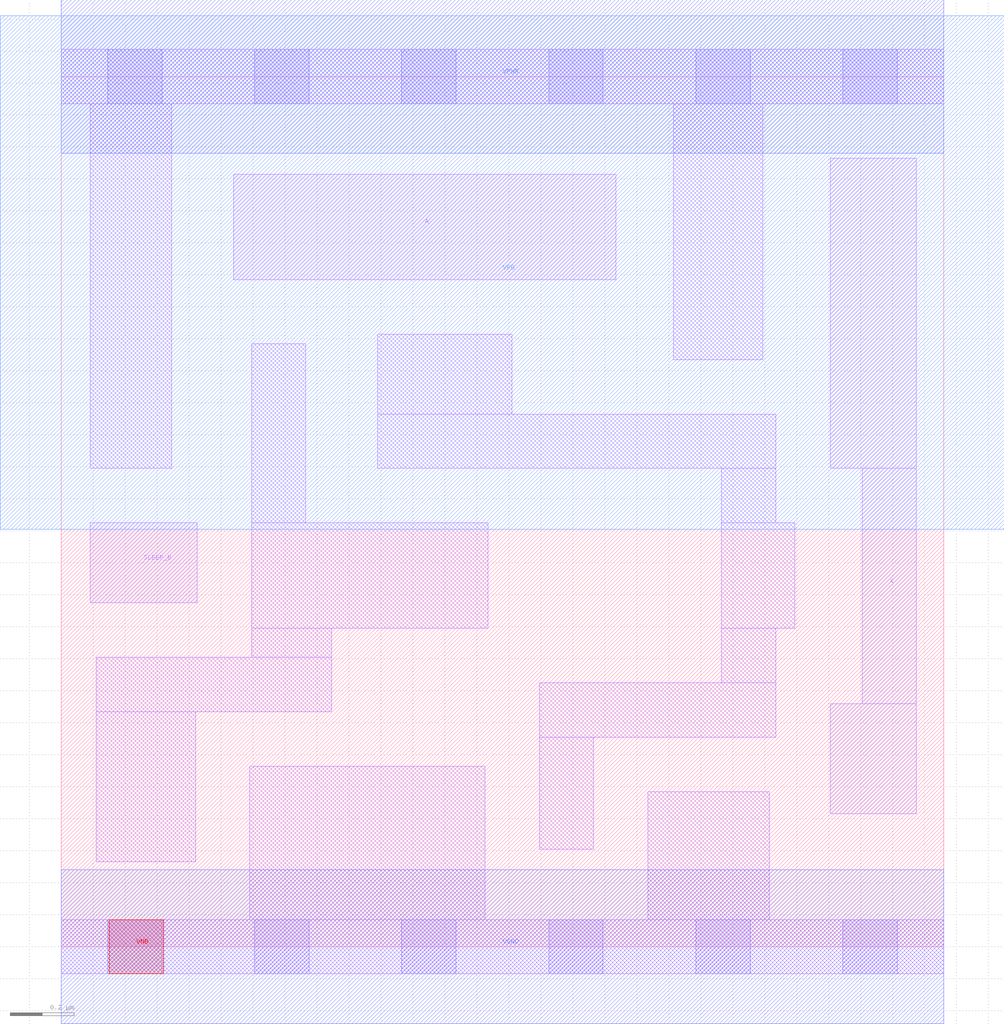
<source format=lef>
# Copyright 2020 The SkyWater PDK Authors
#
# Licensed under the Apache License, Version 2.0 (the "License");
# you may not use this file except in compliance with the License.
# You may obtain a copy of the License at
#
#     https://www.apache.org/licenses/LICENSE-2.0
#
# Unless required by applicable law or agreed to in writing, software
# distributed under the License is distributed on an "AS IS" BASIS,
# WITHOUT WARRANTIES OR CONDITIONS OF ANY KIND, either express or implied.
# See the License for the specific language governing permissions and
# limitations under the License.
#
# SPDX-License-Identifier: Apache-2.0

VERSION 5.7 ;
  NOWIREEXTENSIONATPIN ON ;
  DIVIDERCHAR "/" ;
  BUSBITCHARS "[]" ;
MACRO sky130_fd_sc_hd__lpflow_inputiso1n_1
  CLASS CORE ;
  FOREIGN sky130_fd_sc_hd__lpflow_inputiso1n_1 ;
  ORIGIN  0.000000  0.000000 ;
  SIZE  2.760000 BY  2.720000 ;
  SYMMETRY X Y R90 ;
  SITE unithd ;
  PIN A
    ANTENNAGATEAREA  0.126000 ;
    DIRECTION INPUT ;
    USE SIGNAL ;
    PORT
      LAYER li1 ;
        RECT 0.540000 2.085000 1.735000 2.415000 ;
    END
  END A
  PIN SLEEP_B
    ANTENNAGATEAREA  0.126000 ;
    DIRECTION INPUT ;
    USE SIGNAL ;
    PORT
      LAYER li1 ;
        RECT 0.090000 1.075000 0.425000 1.325000 ;
    END
  END SLEEP_B
  PIN VNB
    PORT
      LAYER pwell ;
        RECT 0.150000 -0.085000 0.320000 0.085000 ;
    END
  END VNB
  PIN VPB
    PORT
      LAYER nwell ;
        RECT -0.190000 1.305000 2.950000 2.910000 ;
    END
  END VPB
  PIN X
    ANTENNADIFFAREA  0.445500 ;
    DIRECTION OUTPUT ;
    USE SIGNAL ;
    PORT
      LAYER li1 ;
        RECT 2.405000 0.415000 2.675000 0.760000 ;
        RECT 2.405000 1.495000 2.675000 2.465000 ;
        RECT 2.505000 0.760000 2.675000 1.495000 ;
    END
  END X
  PIN VGND
    DIRECTION INOUT ;
    SHAPE ABUTMENT ;
    USE GROUND ;
    PORT
      LAYER met1 ;
        RECT 0.000000 -0.240000 2.760000 0.240000 ;
    END
  END VGND
  PIN VPWR
    DIRECTION INOUT ;
    SHAPE ABUTMENT ;
    USE POWER ;
    PORT
      LAYER met1 ;
        RECT 0.000000 2.480000 2.760000 2.960000 ;
    END
  END VPWR
  OBS
    LAYER li1 ;
      RECT 0.000000 -0.085000 2.760000 0.085000 ;
      RECT 0.000000  2.635000 2.760000 2.805000 ;
      RECT 0.090000  1.495000 0.345000 2.635000 ;
      RECT 0.110000  0.265000 0.420000 0.735000 ;
      RECT 0.110000  0.735000 0.845000 0.905000 ;
      RECT 0.590000  0.085000 1.325000 0.565000 ;
      RECT 0.595000  0.905000 0.845000 0.995000 ;
      RECT 0.595000  0.995000 1.335000 1.325000 ;
      RECT 0.595000  1.325000 0.765000 1.885000 ;
      RECT 0.990000  1.495000 2.235000 1.665000 ;
      RECT 0.990000  1.665000 1.410000 1.915000 ;
      RECT 1.495000  0.305000 1.665000 0.655000 ;
      RECT 1.495000  0.655000 2.235000 0.825000 ;
      RECT 1.835000  0.085000 2.215000 0.485000 ;
      RECT 1.915000  1.835000 2.195000 2.635000 ;
      RECT 2.065000  0.825000 2.235000 0.995000 ;
      RECT 2.065000  0.995000 2.295000 1.325000 ;
      RECT 2.065000  1.325000 2.235000 1.495000 ;
    LAYER mcon ;
      RECT 0.145000 -0.085000 0.315000 0.085000 ;
      RECT 0.145000  2.635000 0.315000 2.805000 ;
      RECT 0.605000 -0.085000 0.775000 0.085000 ;
      RECT 0.605000  2.635000 0.775000 2.805000 ;
      RECT 1.065000 -0.085000 1.235000 0.085000 ;
      RECT 1.065000  2.635000 1.235000 2.805000 ;
      RECT 1.525000 -0.085000 1.695000 0.085000 ;
      RECT 1.525000  2.635000 1.695000 2.805000 ;
      RECT 1.985000 -0.085000 2.155000 0.085000 ;
      RECT 1.985000  2.635000 2.155000 2.805000 ;
      RECT 2.445000 -0.085000 2.615000 0.085000 ;
      RECT 2.445000  2.635000 2.615000 2.805000 ;
  END
END sky130_fd_sc_hd__lpflow_inputiso1n_1
END LIBRARY

</source>
